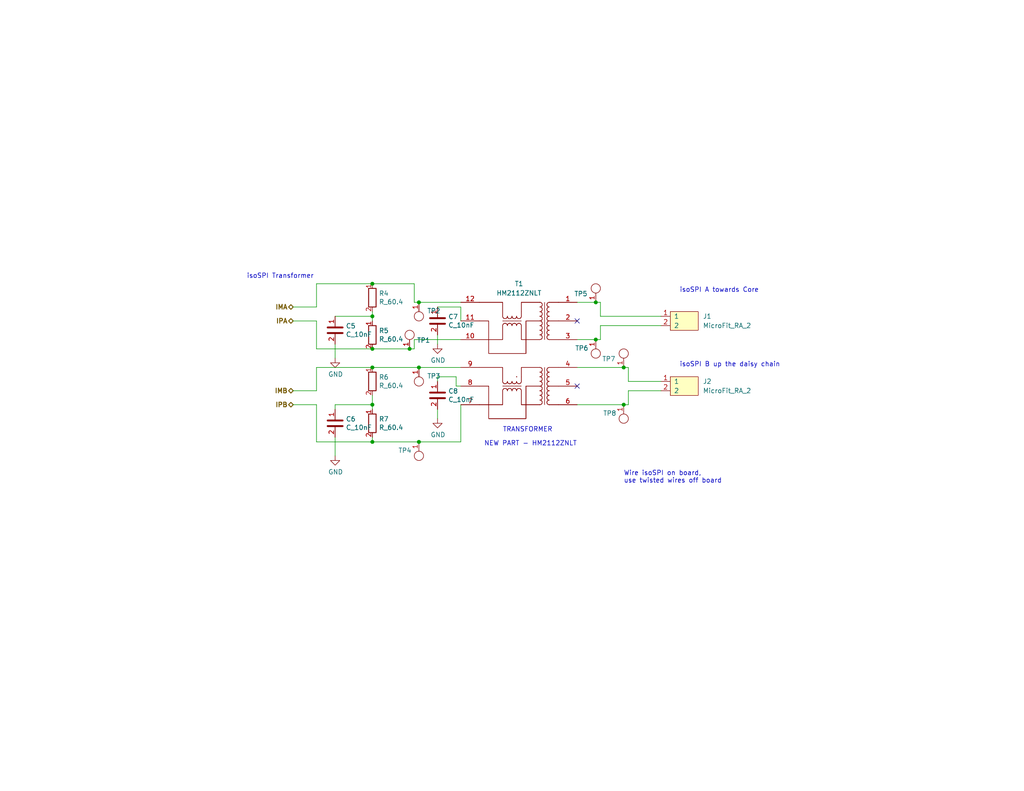
<source format=kicad_sch>
(kicad_sch (version 20211123) (generator eeschema)
  (paper "A")
  (title_block (title "MkVI BMS Cell Supervisory Circuit") (date "2022-12-04") (rev "0") (company "Olin Electric Motorsports") (comment 1 "Melissa Kazazic and Dasha Chadiuk"))
  (lib_symbols
    (symbol "OEM:10nF" (pin_names (offset 1.016))
      (property "Reference" "C" (at -2.54 2.54 0))
      (property "Value" "C_10nF" (at 3.81 0 90))
      (symbol "10nF_0_1"
        (polyline (pts (xy -2.032 -0.762) (xy 2.032 -0.762)) (stroke (width 0.508)))
        (polyline (pts (xy -2.032 0.762) (xy 2.032 0.762)) (stroke (width 0.508)))
      )
      (symbol "10nF_1_1"
        (pin passive line (at 0 3.81 270) (length 2.794) (name "~") (number "1"))
        (pin passive line (at 0 -3.81 90) (length 2.794) (name "~") (number "2"))
      )
    )
    (symbol "OEM:HM2112ZNLT" (pin_names (offset 0.762))
      (property "Reference" "T" (at -5.08 27.94 0))
      (property "Value" "HM2112ZNLT" (at -5.08 25.4 0))
      (symbol "HM2112ZNLT_0_0"
        (pin passive line (at -17.78 21.59 0) (length 5.08) (name "") (number "1"))
        (pin passive line (at 13.97 11.43 180) (length 5.08) (name "") (number "10"))
        (pin passive line (at 13.97 16.51 180) (length 5.08) (name "") (number "11"))
        (pin passive line (at 13.97 21.59 180) (length 5.08) (name "") (number "12"))
        (pin passive line (at -17.78 16.51 0) (length 5.08) (name "") (number "2"))
        (pin passive line (at -17.78 11.43 0) (length 5.08) (name "") (number "3"))
        (pin passive line (at -17.78 3.81 0) (length 5.08) (name "") (number "4"))
        (pin passive line (at -17.78 -1.27 0) (length 5.08) (name "") (number "5"))
        (pin passive line (at -17.78 -6.35 0) (length 5.08) (name "") (number "6"))
        (pin passive line (at 13.97 -6.35 180) (length 5.08) (name "") (number "7"))
        (pin passive line (at 13.97 -1.27 180) (length 5.08) (name "") (number "8"))
        (pin passive line (at 13.97 3.81 180) (length 5.08) (name "") (number "9"))
      )
      (symbol "HM2112ZNLT_0_1"
        (arc (start -10.16 -6.35) (mid -9.525 -5.715) (end -10.16 -5.08))
        (arc (start -10.16 -6.35) (mid -9.525 -5.715) (end -10.16 -5.08))
        (arc (start -10.16 -5.08) (mid -9.525 -4.445) (end -10.16 -3.81))
        (arc (start -10.16 -5.08) (mid -9.525 -4.445) (end -10.16 -3.81))
        (arc (start -10.16 -3.81) (mid -9.525 -3.175) (end -10.16 -2.54))
        (arc (start -10.16 -3.81) (mid -9.525 -3.175) (end -10.16 -2.54))
        (arc (start -10.16 -2.54) (mid -9.525 -1.905) (end -10.16 -1.27))
        (arc (start -10.16 -2.54) (mid -9.525 -1.905) (end -10.16 -1.27))
        (arc (start -10.16 -1.27) (mid -9.525 -0.635) (end -10.16 0))
        (arc (start -10.16 -1.27) (mid -9.525 -0.635) (end -10.16 0))
        (arc (start -10.16 0) (mid -9.525 0.635) (end -10.16 1.27))
        (arc (start -10.16 0) (mid -9.525 0.635) (end -10.16 1.27))
        (arc (start -10.16 1.27) (mid -9.525 1.905) (end -10.16 2.54))
        (arc (start -10.16 1.27) (mid -9.525 1.905) (end -10.16 2.54))
        (arc (start -10.16 2.54) (mid -9.525 3.175) (end -10.16 3.81))
        (arc (start -10.16 2.54) (mid -9.525 3.175) (end -10.16 3.81))
        (arc (start -10.16 11.43) (mid -9.525 12.065) (end -10.16 12.7))
        (arc (start -10.16 11.43) (mid -9.525 12.065) (end -10.16 12.7))
        (arc (start -10.16 12.7) (mid -9.525 13.335) (end -10.16 13.97))
        (arc (start -10.16 12.7) (mid -9.525 13.335) (end -10.16 13.97))
        (arc (start -10.16 13.97) (mid -9.525 14.605) (end -10.16 15.24))
        (arc (start -10.16 13.97) (mid -9.525 14.605) (end -10.16 15.24))
        (arc (start -10.16 15.24) (mid -9.525 15.875) (end -10.16 16.51))
        (arc (start -10.16 15.24) (mid -9.525 15.875) (end -10.16 16.51))
        (arc (start -10.16 16.51) (mid -9.525 17.145) (end -10.16 17.78))
        (arc (start -10.16 16.51) (mid -9.525 17.145) (end -10.16 17.78))
        (arc (start -10.16 17.78) (mid -9.525 18.415) (end -10.16 19.05))
        (arc (start -10.16 17.78) (mid -9.525 18.415) (end -10.16 19.05))
        (arc (start -10.16 19.05) (mid -9.525 19.685) (end -10.16 20.32))
        (arc (start -10.16 19.05) (mid -9.525 19.685) (end -10.16 20.32))
        (arc (start -10.16 20.32) (mid -9.525 20.955) (end -10.16 21.59))
        (arc (start -10.16 20.32) (mid -9.525 20.955) (end -10.16 21.59))
        (arc (start -7.62 -5.08) (mid -8.255 -5.715) (end -7.62 -6.35))
        (arc (start -7.62 -5.08) (mid -8.255 -5.715) (end -7.62 -6.35))
        (arc (start -7.62 -3.81) (mid -8.255 -4.445) (end -7.62 -5.08))
        (arc (start -7.62 -3.81) (mid -8.255 -4.445) (end -7.62 -5.08))
        (arc (start -7.62 -2.54) (mid -8.255 -3.175) (end -7.62 -3.81))
        (arc (start -7.62 -2.54) (mid -8.255 -3.175) (end -7.62 -3.81))
        (arc (start -7.62 -1.27) (mid -8.255 -1.905) (end -7.62 -2.54))
        (arc (start -7.62 -1.27) (mid -8.255 -1.905) (end -7.62 -2.54))
        (arc (start -7.62 0) (mid -8.255 -0.635) (end -7.62 -1.27))
        (arc (start -7.62 0) (mid -8.255 -0.635) (end -7.62 -1.27))
        (arc (start -7.62 1.27) (mid -8.255 0.635) (end -7.62 0))
        (arc (start -7.62 1.27) (mid -8.255 0.635) (end -7.62 0))
        (arc (start -7.62 2.54) (mid -8.255 1.905) (end -7.62 1.27))
        (arc (start -7.62 2.54) (mid -8.255 1.905) (end -7.62 1.27))
        (arc (start -7.62 3.81) (mid -8.255 3.175) (end -7.62 2.54))
        (arc (start -7.62 3.81) (mid -8.255 3.175) (end -7.62 2.54))
        (arc (start -7.62 12.7) (mid -8.255 12.065) (end -7.62 11.43))
        (arc (start -7.62 12.7) (mid -8.255 12.065) (end -7.62 11.43))
        (arc (start -7.62 13.97) (mid -8.255 13.335) (end -7.62 12.7))
        (arc (start -7.62 13.97) (mid -8.255 13.335) (end -7.62 12.7))
        (arc (start -7.62 15.24) (mid -8.255 14.605) (end -7.62 13.97))
        (arc (start -7.62 15.24) (mid -8.255 14.605) (end -7.62 13.97))
        (arc (start -7.62 16.51) (mid -8.255 15.875) (end -7.62 15.24))
        (arc (start -7.62 16.51) (mid -8.255 15.875) (end -7.62 15.24))
        (arc (start -7.62 17.78) (mid -8.255 17.145) (end -7.62 16.51))
        (arc (start -7.62 17.78) (mid -8.255 17.145) (end -7.62 16.51))
        (arc (start -7.62 19.05) (mid -8.255 18.415) (end -7.62 17.78))
        (arc (start -7.62 19.05) (mid -8.255 18.415) (end -7.62 17.78))
        (arc (start -7.62 20.32) (mid -8.255 19.685) (end -7.62 19.05))
        (arc (start -7.62 20.32) (mid -8.255 19.685) (end -7.62 19.05))
        (arc (start -7.62 21.59) (mid -8.255 20.955) (end -7.62 20.32))
        (arc (start -7.62 21.59) (mid -8.255 20.955) (end -7.62 20.32))
        (arc (start -2.54 0) (mid -1.905 -0.635) (end -1.27 0))
        (arc (start -2.54 0) (mid -1.905 -0.635) (end -1.27 0))
        (arc (start -2.54 17.78) (mid -1.905 17.145) (end -1.27 17.78))
        (arc (start -2.54 17.78) (mid -1.905 17.145) (end -1.27 17.78))
        (arc (start -1.27 -2.54) (mid -1.905 -1.905) (end -2.54 -2.54))
        (arc (start -1.27 -2.54) (mid -1.905 -1.905) (end -2.54 -2.54))
        (arc (start -1.27 0) (mid -0.635 -0.635) (end 0 0))
        (arc (start -1.27 0) (mid -0.635 -0.635) (end 0 0))
        (circle (center -1.27 1.27) (radius 0.0001))
        (arc (start -1.27 15.24) (mid -1.905 15.875) (end -2.54 15.24))
        (arc (start -1.27 15.24) (mid -1.905 15.875) (end -2.54 15.24))
        (arc (start -1.27 17.78) (mid -0.635 17.145) (end 0 17.78))
        (arc (start -1.27 17.78) (mid -0.635 17.145) (end 0 17.78))
        (arc (start 0 -2.54) (mid -0.635 -1.905) (end -1.27 -2.54))
        (arc (start 0 -2.54) (mid -0.635 -1.905) (end -1.27 -2.54))
        (polyline (pts (xy -10.16 -6.35) (xy -12.7 -6.35)))
        (polyline (pts (xy -10.16 -6.35) (xy -12.7 -6.35)))
        (polyline (pts (xy -10.16 -1.27) (xy -12.7 -1.27)))
        (polyline (pts (xy -10.16 -1.27) (xy -12.7 -1.27)))
        (polyline (pts (xy -10.16 3.81) (xy -12.7 3.81)))
        (polyline (pts (xy -10.16 3.81) (xy -12.7 3.81)))
        (polyline (pts (xy -10.16 11.43) (xy -12.7 11.43)))
        (polyline (pts (xy -10.16 11.43) (xy -12.7 11.43)))
        (polyline (pts (xy -10.16 16.51) (xy -12.7 16.51)))
        (polyline (pts (xy -10.16 16.51) (xy -12.7 16.51)))
        (polyline (pts (xy -10.16 21.59) (xy -12.7 21.59)))
        (polyline (pts (xy -10.16 21.59) (xy -12.7 21.59)))
        (polyline (pts (xy -8.89 3.81) (xy -8.89 -6.35)))
        (polyline (pts (xy -8.89 21.59) (xy -8.89 11.43)))
        (polyline (pts (xy -2.54 -1.27) (xy 2.54 -1.27)))
        (polyline (pts (xy -2.54 1.27) (xy -2.54 0)))
        (polyline (pts (xy -2.54 1.27) (xy -2.54 0)))
        (polyline (pts (xy -2.54 16.51) (xy 2.54 16.51)))
        (polyline (pts (xy -2.54 19.05) (xy -2.54 17.78)))
        (polyline (pts (xy -2.54 19.05) (xy -2.54 17.78)))
        (polyline (pts (xy -7.62 -6.35) (xy -2.54 -6.35) (xy -2.54 -2.54)))
        (polyline (pts (xy -7.62 -6.35) (xy -2.54 -6.35) (xy -2.54 -2.54)))
        (polyline (pts (xy -7.62 3.81) (xy -2.54 3.81) (xy -2.54 1.27)))
        (polyline (pts (xy -7.62 3.81) (xy -2.54 3.81) (xy -2.54 1.27)))
        (polyline (pts (xy -7.62 11.43) (xy -2.54 11.43) (xy -2.54 15.24)))
        (polyline (pts (xy -7.62 11.43) (xy -2.54 11.43) (xy -2.54 15.24)))
        (polyline (pts (xy -7.62 21.59) (xy -2.54 21.59) (xy -2.54 19.05)))
        (polyline (pts (xy -7.62 21.59) (xy -2.54 21.59) (xy -2.54 19.05)))
        (polyline (pts (xy 2.54 -2.54) (xy 2.54 -6.35) (xy 8.89 -6.35)))
        (polyline (pts (xy 2.54 -2.54) (xy 2.54 -6.35) (xy 8.89 -6.35)))
        (polyline (pts (xy 2.54 0) (xy 2.54 3.81) (xy 8.89 3.81)))
        (polyline (pts (xy 2.54 0) (xy 2.54 3.81) (xy 8.89 3.81)))
        (polyline (pts (xy 2.54 15.24) (xy 2.54 11.43) (xy 8.89 11.43)))
        (polyline (pts (xy 2.54 15.24) (xy 2.54 11.43) (xy 8.89 11.43)))
        (polyline (pts (xy 2.54 17.78) (xy 2.54 21.59) (xy 8.89 21.59)))
        (polyline (pts (xy 2.54 17.78) (xy 2.54 21.59) (xy 8.89 21.59)))
        (polyline (pts (xy -7.62 -1.27) (xy -3.81 -1.27) (xy -3.81 -10.16) (xy 6.35 -10.16) (xy 6.35 -1.27) (xy 8.89 -1.27)))
        (polyline (pts (xy -7.62 -1.27) (xy -3.81 -1.27) (xy -3.81 -10.16) (xy 6.35 -10.16) (xy 6.35 -1.27) (xy 8.89 -1.27)))
        (polyline (pts (xy -7.62 16.51) (xy -3.81 16.51) (xy -3.81 7.62) (xy 6.35 7.62) (xy 6.35 16.51) (xy 8.89 16.51)))
        (polyline (pts (xy -7.62 16.51) (xy -3.81 16.51) (xy -3.81 7.62) (xy 6.35 7.62) (xy 6.35 16.51) (xy 8.89 16.51)))
        (arc (start 0 0) (mid 0.635 -0.635) (end 1.27 0))
        (arc (start 0 0) (mid 0.635 -0.635) (end 1.27 0))
        (arc (start 0 15.24) (mid -0.635 15.875) (end -1.27 15.24))
        (arc (start 0 15.24) (mid -0.635 15.875) (end -1.27 15.24))
        (arc (start 0 17.78) (mid 0.635 17.145) (end 1.27 17.78))
        (arc (start 0 17.78) (mid 0.635 17.145) (end 1.27 17.78))
        (arc (start 1.27 -2.54) (mid 0.635 -1.905) (end 0 -2.54))
        (arc (start 1.27 -2.54) (mid 0.635 -1.905) (end 0 -2.54))
        (arc (start 1.27 0) (mid 1.905 -0.635) (end 2.54 0))
        (arc (start 1.27 0) (mid 1.905 -0.635) (end 2.54 0))
        (arc (start 1.27 15.24) (mid 0.635 15.875) (end 0 15.24))
        (arc (start 1.27 15.24) (mid 0.635 15.875) (end 0 15.24))
        (arc (start 1.27 17.78) (mid 1.905 17.145) (end 2.54 17.78))
        (arc (start 1.27 17.78) (mid 1.905 17.145) (end 2.54 17.78))
        (arc (start 2.54 -2.54) (mid 1.905 -1.905) (end 1.27 -2.54))
        (arc (start 2.54 -2.54) (mid 1.905 -1.905) (end 1.27 -2.54))
        (arc (start 2.54 15.24) (mid 1.905 15.875) (end 1.27 15.24))
        (arc (start 2.54 15.24) (mid 1.905 15.875) (end 1.27 15.24))
      )
    )
    (symbol "OME:MicroFit_RA_2" (pin_names (offset 1.016))
      (property "Reference" "J" (at -2.54 1.27 0))
      (property "Value" "MicroFit_RA_2" (at 0 -3.81 0))
      (symbol "MicroFit_RA_2_1_1"
        (rectangle (start 3.81 -2.54) (end -3.81 2.54) (fill (type background)))
        (pin bidirectional line (at 6.35 1.27 180) (length 2.54) (name "1") (number "1"))
        (pin bidirectional line (at 6.35 -1.27 180) (length 2.54) (name "2") (number "2"))
      )
    )
    (symbol "OEM:60R4" (pin_names (offset 1.016))
      (property "Reference" "R" (at -2.54 0 0))
      (property "Value" "R_60.4" (at 2.54 0 90))
      (symbol "60R4_0_1"
        (rectangle (start -1.016 -2.54) (end 1.016 2.54) (stroke (width 0.254)))
      )
      (symbol "60R4_1_1"
        (pin passive line (at 0 3.81 270) (length 1.27) (name "~") (number "1"))
        (pin passive line (at 0 -3.81 90) (length 1.27) (name "~") (number "2"))
      )
    )
    (symbol "OEM:TP_SMD" (pin_names (offset 1.016))
      (property "Reference" "TP" (at 0 7.62 0))
      (property "Value" "Test_Point_SMD" (at 1.27 5.08 0))
      (symbol "TP_SMD_1_1"
        (circle (center 0 2.54) (radius 1.27))
        (pin input line (at 0 -1.27 90) (length 2.54) (name "~") (number "1"))
      )
    )
    (symbol "power:GND" (power) (pin_names (offset 0))
      (property "Value" "GND" (at 0 -3.81 0))
      (symbol "GND_0_1"
        (polyline (pts (xy 0 0) (xy 0 -1.27) (xy 1.27 -1.27) (xy 0 -2.54) (xy -1.27 -1.27) (xy 0 -1.27)))
      )
      (symbol "GND_1_1"
        (pin power_in line (at 0 0 270) (length 0) hide (name "GND") (number "1"))
      )
    )
  )
  (junction (at 114.3 82.55))
  (junction (at 114.3 100.33))
  (junction (at 114.3 120.65))
  (junction (at 101.6 110.49))
  (junction (at 111.76 95.25))
  (junction (at 162.56 82.55))
  (junction (at 101.6 86.36))
  (junction (at 101.6 95.25))
  (junction (at 101.6 100.33))
  (junction (at 101.6 77.47))
  (junction (at 101.6 120.65))
  (junction (at 170.18 110.49))
  (junction (at 162.56 92.71))
  (junction (at 170.18 100.33))
  (no_connect (at 157.48 87.63))
  (no_connect (at 157.48 105.41))
  (wire (pts (xy 171.45 100.33) (xy 171.45 104.14)))
  (wire (pts (xy 86.36 120.65) (xy 86.36 110.49)))
  (wire (pts (xy 101.6 85.09) (xy 101.6 86.36)))
  (wire (pts (xy 170.18 100.33) (xy 171.45 100.33)))
  (wire (pts (xy 163.83 86.36) (xy 180.34 86.36)))
  (wire (pts (xy 101.6 86.36) (xy 101.6 87.63)))
  (wire (pts (xy 119.38 102.87) (xy 119.38 104.14)))
  (wire (pts (xy 171.45 104.14) (xy 180.34 104.14)))
  (wire (pts (xy 125.73 105.41) (xy 124.46 105.41)))
  (wire (pts (xy 86.36 87.63) (xy 80.01 87.63)))
  (wire (pts (xy 86.36 95.25) (xy 101.6 95.25)))
  (wire (pts (xy 163.83 88.9) (xy 163.83 92.71)))
  (wire (pts (xy 157.48 110.49) (xy 170.18 110.49)))
  (wire (pts (xy 125.73 83.82) (xy 119.38 83.82)))
  (wire (pts (xy 101.6 120.65) (xy 86.36 120.65)))
  (wire (pts (xy 101.6 100.33) (xy 114.3 100.33)))
  (wire (pts (xy 119.38 111.76) (xy 119.38 114.3)))
  (wire (pts (xy 157.48 100.33) (xy 170.18 100.33)))
  (wire (pts (xy 86.36 83.82) (xy 80.01 83.82)))
  (wire (pts (xy 101.6 110.49) (xy 91.44 110.49)))
  (wire (pts (xy 124.46 102.87) (xy 119.38 102.87)))
  (wire (pts (xy 125.73 82.55) (xy 114.3 82.55)))
  (wire (pts (xy 163.83 82.55) (xy 162.56 82.55)))
  (wire (pts (xy 91.44 93.98) (xy 91.44 97.79)))
  (wire (pts (xy 114.3 120.65) (xy 125.73 120.65)))
  (wire (pts (xy 86.36 106.68) (xy 80.01 106.68)))
  (wire (pts (xy 91.44 110.49) (xy 91.44 111.76)))
  (wire (pts (xy 101.6 107.95) (xy 101.6 110.49)))
  (wire (pts (xy 101.6 120.65) (xy 114.3 120.65)))
  (wire (pts (xy 111.76 95.25) (xy 113.03 95.25)))
  (wire (pts (xy 86.36 87.63) (xy 86.36 95.25)))
  (wire (pts (xy 113.03 82.55) (xy 113.03 77.47)))
  (wire (pts (xy 101.6 119.38) (xy 101.6 120.65)))
  (wire (pts (xy 101.6 95.25) (xy 111.76 95.25)))
  (wire (pts (xy 86.36 100.33) (xy 101.6 100.33)))
  (wire (pts (xy 86.36 77.47) (xy 101.6 77.47)))
  (wire (pts (xy 101.6 77.47) (xy 113.03 77.47)))
  (wire (pts (xy 163.83 86.36) (xy 163.83 82.55)))
  (wire (pts (xy 125.73 110.49) (xy 125.73 120.65)))
  (wire (pts (xy 180.34 88.9) (xy 163.83 88.9)))
  (wire (pts (xy 114.3 82.55) (xy 113.03 82.55)))
  (wire (pts (xy 101.6 110.49) (xy 101.6 111.76)))
  (wire (pts (xy 171.45 110.49) (xy 171.45 106.68)))
  (wire (pts (xy 101.6 86.36) (xy 91.44 86.36)))
  (wire (pts (xy 86.36 77.47) (xy 86.36 83.82)))
  (wire (pts (xy 114.3 100.33) (xy 125.73 100.33)))
  (wire (pts (xy 162.56 82.55) (xy 157.48 82.55)))
  (wire (pts (xy 113.03 92.71) (xy 113.03 95.25)))
  (wire (pts (xy 91.44 119.38) (xy 91.44 124.46)))
  (wire (pts (xy 86.36 100.33) (xy 86.36 106.68)))
  (wire (pts (xy 125.73 87.63) (xy 125.73 83.82)))
  (wire (pts (xy 162.56 92.71) (xy 163.83 92.71)))
  (wire (pts (xy 157.48 92.71) (xy 162.56 92.71)))
  (wire (pts (xy 124.46 105.41) (xy 124.46 102.87)))
  (wire (pts (xy 170.18 110.49) (xy 171.45 110.49)))
  (wire (pts (xy 125.73 92.71) (xy 113.03 92.71)))
  (wire (pts (xy 171.45 106.68) (xy 180.34 106.68)))
  (wire (pts (xy 86.36 110.49) (xy 80.01 110.49)))
  (wire (pts (xy 119.38 91.44) (xy 119.38 93.98)))
  (text "isoSPI B up the daisy chain\n" (at 185.42 100.33 0) (effects (font (size 1.27 1.27)) (justify left bottom)))
  (text "TRANSFORMER" (at 137.16 118.11 0) (effects (font (size 1.27 1.27)) (justify left bottom)))
  (text "isoSPI Transformer" (at 67.31 76.2 0) (effects (font (size 1.27 1.27)) (justify left bottom)))
  (text "NEW PART - HM2112ZNLT" (at 132.08 121.92 0) (effects (font (size 1.27 1.27)) (justify left bottom)))
  (text "isoSPI A towards Core" (at 185.42 80.01 0) (effects (font (size 1.27 1.27)) (justify left bottom)))
  (text "Wire isoSPI on board, \nuse twisted wires off board" (at 170.18 132.08 0) (effects (font (size 1.27 1.27)) (justify left bottom)))
  (hierarchical_label "IMB" (shape bidirectional) (at 80.01 106.68 180) (effects (font bold)))
  (hierarchical_label "IMA" (shape bidirectional) (at 80.01 83.82 180) (effects (font bold)))
  (hierarchical_label "IPB" (shape bidirectional) (at 80.01 110.49 180) (effects (font bold)))
  (hierarchical_label "IPA" (shape bidirectional) (at 80.01 87.63 180) (effects (font bold)))
  (symbol (lib_id "OME:MicroFit_RA_2") (at 186.69 105.41 0) (mirror y) (unit 1)
    (property "Reference" "J2" (at 191.77 104.1399 0) (effects (justify right)))
    (property "Value" "MicroFit_RA_2" (at 191.77 106.6799 0) (effects (justify right)))
    (property "Footprint" "footprints:MicroFit_RA_2" (effects hide))
    (property "Datasheet" "https://www.molex.com/pdm_docs/sd/436500201_sd.pdf" (effects hide))
    (property "MFN" "DK" (effects hide))
    (property "MPN" "WM1865-ND" (effects hide))
    (property "PurchasingLink" "https://www.digikey.com/product-detail/en/molex/0436500201/WM1865-ND/268994" (effects hide))
  )
  (symbol (lib_id "OEM:TP_SMD") (at 114.3 121.92 180) (unit 1)
    (property "Reference" "TP4" (at 112.3188 122.9868 0) (effects (justify left)))
    (property "Value" "Test_Point_SMD" (effects hide))
    (property "Footprint" "footprints:Test_Point_SMD" (effects hide))
  )
  (symbol (lib_id "OEM:TP_SMD") (at 170.18 99.06 0) (unit 1)
    (property "Reference" "TP7" (at 167.9448 97.9932 0) (effects (justify right)))
    (property "Value" "Test_Point_SMD" (effects hide))
    (property "Footprint" "footprints:Test_Point_SMD" (effects hide))
  )
  (symbol (lib_id "power:GND") (at 91.44 97.79 0) (unit 1)
    (property "Reference" "#PWR?" (effects hide))
    (property "Value" "GND" (at 91.567 102.1842 0))
  )
  (symbol (lib_id "OEM:TP_SMD") (at 114.3 83.82 180) (unit 1)
    (property "Reference" "TP2" (at 116.5352 84.8868 0) (effects (justify right)))
    (property "Value" "Test_Point_SMD" (effects hide))
    (property "Footprint" "footprints:Test_Point_SMD" (effects hide))
  )
  (symbol (lib_id "OEM:TP_SMD") (at 114.3 101.6 180) (unit 1)
    (property "Reference" "TP3" (at 116.5352 102.6668 0) (effects (justify right)))
    (property "Value" "Test_Point_SMD" (effects hide))
    (property "Footprint" "footprints:Test_Point_SMD" (effects hide))
  )
  (symbol (lib_id "OEM:60R4") (at 101.6 91.44 0) (unit 1)
    (property "Reference" "R5" (at 103.378 90.2716 0) (effects (justify left)))
    (property "Value" "R_60.4" (at 103.378 92.583 0) (effects (justify left)))
    (property "Footprint" "OEM:R_0603" (effects hide))
    (property "Datasheet" "https://industrial.panasonic.com/cdbs/www-data/pdf/RDM0000/AOA0000C307.pdf" (effects hide))
    (property "MFN" "DK" (effects hide))
    (property "MPN" "P60.4DACT-ND" (effects hide))
    (property "PurchasingLink" "https://www.digikey.com/product-detail/en/panasonic-electronic-components/ERA-6AEB60R4V/P60.4DACT-ND/3075204" (effects hide))
  )
  (symbol (lib_id "OEM:60R4") (at 101.6 115.57 0) (unit 1)
    (property "Reference" "R7" (at 103.378 114.4016 0) (effects (justify left)))
    (property "Value" "R_60.4" (at 103.378 116.713 0) (effects (justify left)))
    (property "Footprint" "OEM:R_0603" (effects hide))
    (property "Datasheet" "https://industrial.panasonic.com/cdbs/www-data/pdf/RDM0000/AOA0000C307.pdf" (effects hide))
    (property "MFN" "DK" (effects hide))
    (property "MPN" "P60.4DACT-ND" (effects hide))
    (property "PurchasingLink" "https://www.digikey.com/product-detail/en/panasonic-electronic-components/ERA-6AEB60R4V/P60.4DACT-ND/3075204" (effects hide))
  )
  (symbol (lib_id "OEM:TP_SMD") (at 162.56 81.28 0) (unit 1)
    (property "Reference" "TP5" (at 160.3248 80.2132 0) (effects (justify right)))
    (property "Value" "Test_Point_SMD" (effects hide))
    (property "Footprint" "footprints:Test_Point_SMD" (effects hide))
  )
  (symbol (lib_id "OEM:10nF") (at 119.38 87.63 0) (unit 1)
    (property "Reference" "C7" (at 122.301 86.4616 0) (effects (justify left)))
    (property "Value" "C_10nF" (at 122.301 88.773 0) (effects (justify left)))
    (property "Footprint" "OEM:C_0603" (effects hide))
    (property "Datasheet" "http://www.samsungsem.com/kr/support/product-search/mlcc/__icsFiles/afieldfile/2018/07/23/CL21B103KBANNNC.pdf" (effects hide))
    (property "MFN" "DK" (effects hide))
    (property "MPN" "1276-1015-1-ND" (effects hide))
    (property "PurchasingLink" "https://www.digikey.com/product-detail/en/samsung-electro-mechanics/CL21B103KBANNNC/1276-1015-1-ND/3889101" (effects hide))
  )
  (symbol (lib_id "OEM:60R4") (at 101.6 81.28 0) (unit 1)
    (property "Reference" "R4" (at 103.378 80.1116 0) (effects (justify left)))
    (property "Value" "R_60.4" (at 103.378 82.423 0) (effects (justify left)))
    (property "Footprint" "OEM:R_0603" (effects hide))
    (property "Datasheet" "https://industrial.panasonic.com/cdbs/www-data/pdf/RDM0000/AOA0000C307.pdf" (effects hide))
    (property "MFN" "DK" (effects hide))
    (property "MPN" "P60.4DACT-ND" (effects hide))
    (property "PurchasingLink" "https://www.digikey.com/product-detail/en/panasonic-electronic-components/ERA-6AEB60R4V/P60.4DACT-ND/3075204" (effects hide))
  )
  (symbol (lib_id "OEM:TP_SMD") (at 162.56 93.98 180) (unit 1)
    (property "Reference" "TP6" (at 160.5788 95.0468 0) (effects (justify left)))
    (property "Value" "Test_Point_SMD" (effects hide))
    (property "Footprint" "footprints:Test_Point_SMD" (effects hide))
  )
  (symbol (lib_id "OEM:HM2112ZNLT") (at 139.7 104.14 0) (mirror y) (unit 1)
    (property "Reference" "T1" (at 141.605 77.47 0))
    (property "Value" "HM2112ZNLT" (at 141.605 80.01 0))
    (property "Footprint" "footprints:HM2112ZNLT" (effects hide))
    (property "Datasheet" "https://productfinder.pulseeng.com/doc_type/WEB301/doc_num/HM2112ZNL/doc_part/HM2112ZNL.pdf" (effects hide))
    (property "Description" "Telecom Transformer 1:1 0.45Ohm Prim. DCR 0.85Ohm Sec. DCR 12Term. Gull Wing SMD" (effects hide))
    (property "Purchasing_Link" "https://www.digikey.com/en/products/detail/HM2112ZNLT/553-HM2112ZNLTDKR-ND/8021487" (effects hide))
  )
  (symbol (lib_id "power:GND") (at 119.38 93.98 0) (unit 1)
    (property "Reference" "#PWR?" (effects hide))
    (property "Value" "GND" (at 119.507 98.3742 0))
  )
  (symbol (lib_id "power:GND") (at 119.38 114.3 0) (unit 1)
    (property "Reference" "#PWR?" (effects hide))
    (property "Value" "GND" (at 119.507 118.6942 0))
  )
  (symbol (lib_id "OEM:TP_SMD") (at 111.76 93.98 0) (unit 1)
    (property "Reference" "TP1" (at 113.7412 92.9132 0) (effects (justify left)))
    (property "Value" "Test_Point_SMD" (effects hide))
    (property "Footprint" "footprints:Test_Point_SMD" (effects hide))
  )
  (symbol (lib_id "OME:MicroFit_RA_2") (at 186.69 87.63 0) (mirror y) (unit 1)
    (property "Reference" "J1" (at 191.77 86.3599 0) (effects (justify right)))
    (property "Value" "MicroFit_RA_2" (at 191.77 88.8999 0) (effects (justify right)))
    (property "Footprint" "footprints:MicroFit_RA_2" (effects hide))
    (property "Datasheet" "https://www.molex.com/pdm_docs/sd/436500201_sd.pdf" (effects hide))
    (property "MFN" "DK" (effects hide))
    (property "MPN" "WM1865-ND" (effects hide))
    (property "PurchasingLink" "https://www.digikey.com/product-detail/en/molex/0436500201/WM1865-ND/268994" (effects hide))
  )
  (symbol (lib_id "OEM:TP_SMD") (at 170.18 111.76 180) (unit 1)
    (property "Reference" "TP8" (at 168.1988 112.8268 0) (effects (justify left)))
    (property "Value" "Test_Point_SMD" (effects hide))
    (property "Footprint" "footprints:Test_Point_SMD" (effects hide))
  )
  (symbol (lib_id "OEM:10nF") (at 91.44 115.57 0) (unit 1)
    (property "Reference" "C6" (at 94.361 114.4016 0) (effects (justify left)))
    (property "Value" "C_10nF" (at 94.361 116.713 0) (effects (justify left)))
    (property "Footprint" "OEM:C_0603" (effects hide))
    (property "Datasheet" "http://www.samsungsem.com/kr/support/product-search/mlcc/__icsFiles/afieldfile/2018/07/23/CL21B103KBANNNC.pdf" (effects hide))
    (property "MFN" "DK" (effects hide))
    (property "MPN" "1276-1015-1-ND" (effects hide))
    (property "PurchasingLink" "https://www.digikey.com/product-detail/en/samsung-electro-mechanics/CL21B103KBANNNC/1276-1015-1-ND/3889101" (effects hide))
  )
  (symbol (lib_id "OEM:60R4") (at 101.6 104.14 0) (unit 1)
    (property "Reference" "R6" (at 103.378 102.9716 0) (effects (justify left)))
    (property "Value" "R_60.4" (at 103.378 105.283 0) (effects (justify left)))
    (property "Footprint" "OEM:R_0603" (effects hide))
    (property "Datasheet" "https://industrial.panasonic.com/cdbs/www-data/pdf/RDM0000/AOA0000C307.pdf" (effects hide))
    (property "MFN" "DK" (effects hide))
    (property "MPN" "P60.4DACT-ND" (effects hide))
    (property "PurchasingLink" "https://www.digikey.com/product-detail/en/panasonic-electronic-components/ERA-6AEB60R4V/P60.4DACT-ND/3075204" (effects hide))
  )
  (symbol (lib_id "OEM:10nF") (at 91.44 90.17 0) (unit 1)
    (property "Reference" "C5" (at 94.361 89.0016 0) (effects (justify left)))
    (property "Value" "C_10nF" (at 94.361 91.313 0) (effects (justify left)))
    (property "Footprint" "OEM:C_0603" (effects hide))
    (property "Datasheet" "http://www.samsungsem.com/kr/support/product-search/mlcc/__icsFiles/afieldfile/2018/07/23/CL21B103KBANNNC.pdf" (effects hide))
    (property "MFN" "DK" (effects hide))
    (property "MPN" "1276-1015-1-ND" (effects hide))
    (property "PurchasingLink" "https://www.digikey.com/product-detail/en/samsung-electro-mechanics/CL21B103KBANNNC/1276-1015-1-ND/3889101" (effects hide))
  )
  (symbol (lib_id "OEM:10nF") (at 119.38 107.95 0) (unit 1)
    (property "Reference" "C8" (at 122.301 106.7816 0) (effects (justify left)))
    (property "Value" "C_10nF" (at 122.301 109.093 0) (effects (justify left)))
    (property "Footprint" "OEM:C_0603" (effects hide))
    (property "Datasheet" "http://www.samsungsem.com/kr/support/product-search/mlcc/__icsFiles/afieldfile/2018/07/23/CL21B103KBANNNC.pdf" (effects hide))
    (property "MFN" "DK" (effects hide))
    (property "MPN" "1276-1015-1-ND" (effects hide))
    (property "PurchasingLink" "https://www.digikey.com/product-detail/en/samsung-electro-mechanics/CL21B103KBANNNC/1276-1015-1-ND/3889101" (effects hide))
  )
  (symbol (lib_id "power:GND") (at 91.44 124.46 0) (unit 1)
    (property "Reference" "#PWR?" (effects hide))
    (property "Value" "GND" (at 91.567 128.8542 0))
  )
)
</source>
